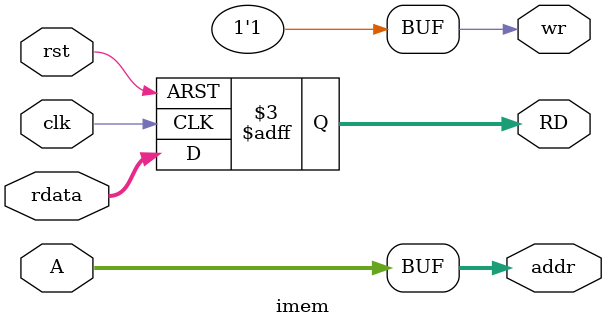
<source format=v>
`timescale 1ns / 1ps
module imem(
    input               clk,
    input               rst,
    
    output      [31:0]  addr,       //A
    output              wr,         //0
    input       [31:0]  rdata,
    input       [31:0]  A,
    output reg  [31:0]  RD
    );
    
    
    assign wr = 1;
    assign addr = A;

    always @(posedge clk or negedge rst) begin
        if (!rst) begin
            RD <= 32'b0;
        end
        else if (1) begin
            RD <= rdata;
        end
    end
endmodule

</source>
